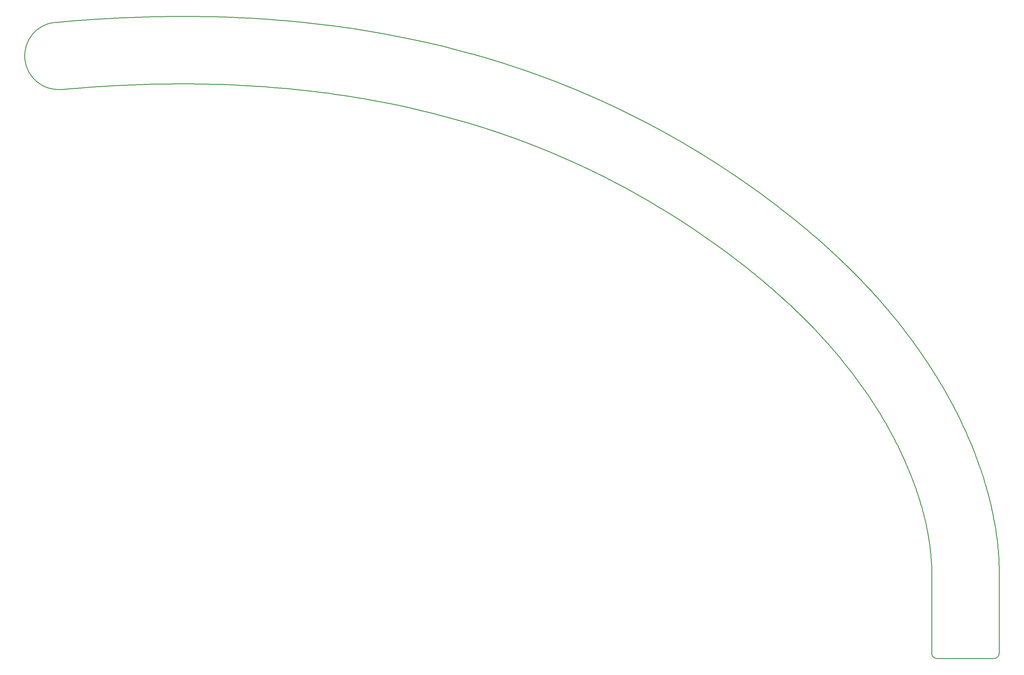
<source format=gbp>
G04*
G04 #@! TF.GenerationSoftware,Altium Limited,Altium Designer,22.2.1 (43)*
G04*
G04 Layer_Color=128*
%FSLAX44Y44*%
%MOMM*%
G71*
G04*
G04 #@! TF.SameCoordinates,C81B6E68-797F-42A2-B6C5-F614A2D79E64*
G04*
G04*
G04 #@! TF.FilePolarity,Positive*
G04*
G01*
G75*
%ADD10C,0.2540*%
D10*
X-100000Y15000D02*
G03*
X-85000Y0I15000J0D01*
G01*
X85000Y0D02*
G03*
X100000Y15000I0J15000D01*
G01*
X-674845Y1426571D02*
G03*
X-898629Y1563927I-1523375J-2230964D01*
G01*
X-632646Y1397166D02*
G03*
X-674845Y1426571I-1557904J-2190748D01*
G01*
X-1010034Y1396885D02*
G03*
X-1144359Y1464042I-1141677J-2115645D01*
G01*
X-1021883Y1627399D02*
G03*
X-1154222Y1686667I-1124285J-2333025D01*
G01*
X-1208383Y1708427D02*
G03*
X-1251920Y1724923I-963187J-2476442D01*
G01*
X-1154222Y1686667D02*
G03*
X-1208383Y1708427I-1007155J-2428516D01*
G01*
X-898629Y1563927D02*
G03*
X-951167Y1591986I-1279453J-2332428D01*
G01*
X-1289382Y1525312D02*
G03*
X-1341080Y1544544I-884497J-2298581D01*
G01*
X-1229740Y1501455D02*
G03*
X-1289382Y1525312I-935076J-2251194D01*
G01*
X-1144359Y1464042D02*
G03*
X-1229740Y1501455I-1010830J-2190686D01*
G01*
X-1251920Y1724923D02*
G03*
X-1306594Y1744424I-929595J-2519915D01*
G01*
X-1389718Y1561453D02*
G03*
X-1433546Y1575738I-800709J-2382297D01*
G01*
X-1341080Y1544544D02*
G03*
X-1389718Y1561453I-841246J-2341300D01*
G01*
X-1416737Y1779769D02*
G03*
X-1464769Y1793598I-790041J-2653687D01*
G01*
X-1365211Y1763875D02*
G03*
X-1416737Y1779769I-833606J-2611069D01*
G01*
X-1306594Y1744424D02*
G03*
X-1365211Y1763875I-883569J-2564546D01*
G01*
X-2696111Y1886590D02*
G03*
X-2677900Y1687421I9106J-99585D01*
G01*
X99404Y280489D02*
X100000Y270000D01*
X-100834Y281206D02*
X-100000Y270000D01*
X89622Y380485D02*
X90720Y373187D01*
X-113905Y383142D02*
X-112856Y377777D01*
X-100000Y15000D02*
Y270000D01*
X-85000Y-0D02*
X85000Y0D01*
X100000Y15000D02*
Y270000D01*
X-921443Y1346246D02*
X-910687Y1339866D01*
X-987622Y1384641D02*
X-958936Y1368522D01*
X-946240Y1361227D01*
X-921443Y1346246D01*
X-1010034Y1396885D02*
X-987622Y1384641D01*
X-876266Y1318954D02*
X-860639Y1309199D01*
X-842598Y1297726D02*
X-809590Y1276135D01*
X-910687Y1339866D02*
X-900010Y1333462D01*
X-889411Y1327032D01*
X-876266Y1318954D01*
X-860639Y1309199D02*
X-842598Y1297726D01*
X-790465Y1263308D02*
X-759207Y1241677D01*
X-719162Y1212908D02*
X-703393Y1201237D01*
X-737742Y1226408D02*
X-719162Y1212908D01*
X-759207Y1241677D02*
X-737742Y1226408D01*
X-809590Y1276135D02*
X-790465Y1263308D01*
X-703393Y1201237D02*
X-689069Y1190463D01*
X-550281Y1076310D02*
X-543388Y1070109D01*
X-563054Y1087650D02*
X-556065Y1081469D01*
X-550281Y1076310D01*
X-570093Y1093819D02*
X-563054Y1087650D01*
X-584321Y1106118D02*
X-577182Y1099975D01*
X-591509Y1112247D02*
X-584321Y1106118D01*
X-577182Y1099975D02*
X-570093Y1093819D01*
X-598745Y1118363D02*
X-591509Y1112247D01*
X-607246Y1125479D02*
X-598745Y1118363D01*
X-624439Y1139648D02*
X-615811Y1132574D01*
X-607246Y1125479D01*
X-633127Y1146700D02*
X-624439Y1139648D01*
X-643130Y1154731D02*
X-633127Y1146700D01*
X-653210Y1162730D02*
X-643130Y1154731D01*
X-664639Y1171691D02*
X-653210Y1162730D01*
X-676161Y1180608D02*
X-664639Y1171691D01*
X-689069Y1190463D02*
X-676161Y1180608D01*
X-523089Y1314858D02*
X-510987Y1305185D01*
X-478195Y1278324D02*
X-469379Y1270935D01*
X-498979Y1295460D02*
X-487066Y1285686D01*
X-478195Y1278324D01*
X-434691Y1241117D02*
X-426167Y1233600D01*
X-469379Y1270935D02*
X-460620Y1263519D01*
X-443276Y1248610D02*
X-434691Y1241117D01*
X-451919Y1256077D02*
X-443276Y1248610D01*
X-460620Y1263519D02*
X-451919Y1256077D01*
X-510987Y1305185D02*
X-498979Y1295460D01*
X-588072Y1364767D02*
X-572387Y1353022D01*
X-559933Y1343562D02*
X-547564Y1334048D01*
X-535282Y1324479D01*
X-632646Y1397166D02*
X-603882Y1376421D01*
X-572387Y1353022D02*
X-559933Y1343562D01*
X-603882Y1376421D02*
X-588072Y1364767D01*
X-535282Y1324479D02*
X-523089Y1314858D01*
X-1021883Y1627399D02*
X-989978Y1611752D01*
X-951167Y1591986D01*
X-1757971Y1655717D02*
X-1730136Y1650516D01*
X-1936847Y1682401D02*
X-1912157Y1679389D01*
X-1984581Y1687642D02*
X-1961579Y1685212D01*
X-2007617Y1689900D02*
X-1984581Y1687642D01*
X-1961579Y1685212D02*
X-1936847Y1682401D01*
X-1862904Y1672750D02*
X-1836592Y1668854D01*
X-1887509Y1676172D02*
X-1862904Y1672750D01*
X-1784124Y1660339D02*
X-1757971Y1655717D01*
X-1810331Y1664717D02*
X-1784124Y1660339D01*
X-1836592Y1668854D02*
X-1810331Y1664717D01*
X-1702366Y1645033D02*
X-1672932Y1638894D01*
X-1912157Y1679389D02*
X-1887509Y1676172D01*
X-2030686Y1691988D02*
X-2007617Y1689900D01*
X-1612572Y1625233D02*
X-1579944Y1617231D01*
X-1672932Y1638894D02*
X-1643573Y1632432D01*
X-1612572Y1625233D01*
X-1474184Y1588199D02*
X-1433546Y1575738D01*
X-1511585Y1599018D02*
X-1474184Y1588199D01*
X-1545708Y1608358D02*
X-1511585Y1599018D01*
X-1579944Y1617231D02*
X-1545708Y1608358D01*
X-1718562Y1851829D02*
X-1684750Y1845444D01*
X-1617317Y1831483D02*
X-1583701Y1823900D01*
X-1546434Y1814994D02*
X-1509257Y1805579D01*
X-1651001Y1838663D02*
X-1617317Y1831483D01*
X-1509257Y1805579D02*
X-1464769Y1793598D01*
X-1583701Y1823900D02*
X-1546434Y1814994D01*
X-1684750Y1845444D02*
X-1651001Y1838663D01*
X-1730136Y1650516D02*
X-1702366Y1645033D01*
X-1843036Y1871935D02*
X-1812793Y1867532D01*
X-1873320Y1876043D02*
X-1843036Y1871935D01*
X-1903643Y1879858D02*
X-1873320Y1876043D01*
X-1934002Y1883383D02*
X-1903643Y1879858D01*
X-1960596Y1886232D02*
X-1934002Y1883383D01*
X-2013859Y1891279D02*
X-1987215Y1888863D01*
X-1752435Y1857824D02*
X-1718562Y1851829D01*
X-1782592Y1862829D02*
X-1752435Y1857824D01*
X-1812793Y1867532D02*
X-1782592Y1862829D01*
X-1987215Y1888863D02*
X-1960596Y1886232D01*
X-2040526Y1893481D02*
X-2013859Y1891279D01*
X-2519405Y1899155D02*
X-2496336Y1900251D01*
X-2067215Y1895472D02*
X-2040526Y1893481D01*
X-2542475Y1897931D02*
X-2519405Y1899155D01*
X-2565543Y1896579D02*
X-2542475Y1897931D01*
X-2496336Y1900251D02*
X-2473271Y1901217D01*
X-2611664Y1893501D02*
X-2588607Y1895102D01*
X-2638553Y1891478D02*
X-2611664Y1893501D01*
X-2665425Y1889290D02*
X-2638553Y1891478D01*
X-2588607Y1895102D02*
X-2565543Y1896579D01*
X-2120653Y1898828D02*
X-2093924Y1897253D01*
X-2067215Y1895472D01*
X-2174163Y1901363D02*
X-2147400Y1900197D01*
X-2120653Y1898828D01*
X-2473271Y1901217D02*
X-2450211Y1902052D01*
X-2187676Y1701739D02*
X-2166188Y1700851D01*
X-2209187Y1702490D02*
X-2187676Y1701739D01*
X-2252279Y1703588D02*
X-2230722Y1703106D01*
X-2295457Y1704151D02*
X-2273858Y1703936D01*
X-2317076Y1704235D02*
X-2295457Y1704151D01*
X-2338715Y1704189D02*
X-2317076Y1704235D01*
X-2360371Y1704014D02*
X-2338715Y1704189D01*
X-2382045Y1703710D02*
X-2360371Y1704014D01*
X-2403735Y1703280D02*
X-2382045Y1703710D01*
X-2273858Y1703936D02*
X-2252279Y1703588D01*
X-2230722Y1703106D02*
X-2209187Y1702490D01*
X-2166188Y1700851D02*
X-2144724Y1699825D01*
X-2447162Y1702041D02*
X-2425441Y1702723D01*
X-2490647Y1700306D02*
X-2468897Y1701235D01*
X-2447162Y1702041D01*
X-2425441Y1702723D02*
X-2403735Y1703280D01*
X-2200941Y1902328D02*
X-2174163Y1901363D01*
X-2227734Y1903095D02*
X-2200941Y1902328D01*
X-2254540Y1903664D02*
X-2227734Y1903095D01*
X-2404115Y1903322D02*
X-2381079Y1903755D01*
X-2281358Y1904039D02*
X-2254540Y1903664D01*
X-2427159Y1902754D02*
X-2404115Y1903322D01*
X-2381079Y1903755D02*
X-2358052Y1904052D01*
X-2100089Y1697241D02*
X-2076923Y1695657D01*
X-2123286Y1698660D02*
X-2100089Y1697241D01*
X-2053789Y1693906D02*
X-2030686Y1691988D01*
X-2144724Y1699825D02*
X-2123286Y1698660D01*
X-2076923Y1695657D02*
X-2053789Y1693906D01*
X-2510599Y1699348D02*
X-2490647Y1700306D01*
X-2530566Y1698287D02*
X-2510599Y1699348D01*
X-2550549Y1697124D02*
X-2530566Y1698287D01*
X-2568729Y1695981D02*
X-2550549Y1697124D01*
X-2696111Y1886590D02*
X-2692277Y1886939D01*
X-2677900Y1687421D02*
X-2646985Y1690135D01*
X-2603302Y1693581D02*
X-2585102Y1694881D01*
X-2646985Y1690135D02*
X-2623325Y1692058D01*
X-2603302Y1693581D01*
X-2585102Y1694881D02*
X-2568729Y1695981D01*
X-2692277Y1886939D02*
X-2665425Y1889290D01*
X-2450211Y1902052D02*
X-2427159Y1902754D01*
X-2308190Y1904220D02*
X-2281358Y1904039D01*
X-2358052Y1904052D02*
X-2335033Y1904210D01*
X-2308190Y1904220D01*
X-149196Y509934D02*
X-146799Y503104D01*
X-151657Y516788D02*
X-149196Y509934D01*
X-154181Y523665D02*
X-151657Y516788D01*
X-157146Y531554D02*
X-154181Y523665D01*
X-180278Y587554D02*
X-176716Y579475D01*
X-187664Y603781D02*
X-183927Y595656D01*
X-180278Y587554D01*
X-176716Y579475D02*
X-173240Y571422D01*
X-163328Y547418D02*
X-160194Y539472D01*
X-169850Y563394D02*
X-166546Y555392D01*
X-173240Y571422D02*
X-169850Y563394D01*
X-166546Y555392D02*
X-163328Y547418D01*
X-160194Y539472D02*
X-157146Y531554D01*
X-496656Y1026437D02*
X-491277Y1021213D01*
X-524148Y1052483D02*
X-518572Y1047285D01*
X-536548Y1063897D02*
X-529762Y1057675D01*
X-524148Y1052483D01*
X-513034Y1042081D02*
X-507536Y1036872D01*
X-502076Y1031657D01*
X-518572Y1047285D02*
X-513034Y1042081D01*
X-502076Y1031657D02*
X-496656Y1026437D01*
X-543388Y1070109D02*
X-536548Y1063897D01*
X-260909Y738427D02*
X-254419Y727932D01*
X-267544Y748938D02*
X-260909Y738427D01*
X-319685Y824972D02*
X-311218Y813328D01*
X-274326Y759465D02*
X-267544Y748938D01*
X-311218Y813328D02*
X-302933Y801690D01*
X-288333Y780556D02*
X-281256Y770004D01*
X-295558Y791118D02*
X-288333Y780556D01*
X-281256Y770004D02*
X-274326Y759465D01*
X-302933Y801690D02*
X-295558Y791118D01*
X-254419Y727932D02*
X-248075Y717455D01*
X-191972Y612949D02*
X-187664Y603781D01*
X-196392Y622144D02*
X-191972Y612949D01*
X-200923Y631366D02*
X-196392Y622144D01*
X-230490Y687184D02*
X-225276Y677828D01*
X-220178Y668492D02*
X-215194Y659176D01*
X-210324Y649883D01*
X-225276Y677828D02*
X-220178Y668492D01*
X-241875Y706997D02*
X-235818Y696559D01*
X-230490Y687184D01*
X-210324Y649883D02*
X-205567Y640612D01*
X-200923Y631366D01*
X-248075Y717455D02*
X-241875Y706997D01*
X-341772Y1154616D02*
X-331394Y1144271D01*
X-323691Y1136494D02*
X-316057Y1128700D01*
X-308494Y1120891D01*
X-331394Y1144271D02*
X-323691Y1136494D01*
X-395437Y1205834D02*
X-384472Y1195663D01*
X-373622Y1185453D01*
X-362887Y1175208D02*
X-352270Y1164928D01*
X-373622Y1185453D02*
X-362887Y1175208D01*
X-417703Y1226059D02*
X-406515Y1215967D01*
X-395437Y1205834D01*
X-352270Y1164928D02*
X-341772Y1154616D01*
X-426167Y1233600D02*
X-417703Y1226059D01*
X-432848Y961407D02*
X-424108Y951928D01*
X-414548Y941386D01*
X-405147Y930833D01*
X-384121Y906524D02*
X-374357Y894884D01*
X-337169Y848276D02*
X-328335Y836622D01*
X-346187Y859931D02*
X-337169Y848276D01*
X-394988Y919213D02*
X-384121Y906524D01*
X-364780Y883237D02*
X-355391Y871585D01*
X-374357Y894884D02*
X-364780Y883237D01*
X-355391Y871585D02*
X-346187Y859931D01*
X-328335Y836622D02*
X-319685Y824972D01*
X-405147Y930833D02*
X-394988Y919213D01*
X-491277Y1021213D02*
X-485937Y1015984D01*
X-480638Y1010751D01*
X-469127Y999227D02*
X-459857Y989787D01*
X-450722Y980336D02*
X-441719Y970876D01*
X-459857Y989787D02*
X-450722Y980336D01*
X-475381Y1005515D02*
X-469127Y999227D01*
X-480638Y1010751D02*
X-475381Y1005515D01*
X-441719Y970876D02*
X-432848Y961407D01*
X-59536Y791165D02*
X-52028Y777806D01*
X-67235Y804533D02*
X-59536Y791165D01*
X-75124Y817910D02*
X-67235Y804533D01*
X-83204Y831292D02*
X-75124Y817910D01*
X-44708Y764458D02*
X-37578Y751124D01*
X-117448Y884846D02*
X-108598Y871457D01*
X-99940Y858068D01*
X-91476Y844679D01*
X-83204Y831292D01*
X-52028Y777806D02*
X-44708Y764458D01*
X-37578Y751124D02*
X-30636Y737806D01*
X-257564Y1065847D02*
X-248275Y1055298D01*
X-232341Y1036798D01*
X-216814Y1018251D01*
X-308494Y1120891D02*
X-301001Y1113066D01*
X-293579Y1105228D02*
X-286229Y1097376D01*
X-301001Y1113066D02*
X-293579Y1105228D01*
X-278952Y1089512D02*
X-271749Y1081635D01*
X-286229Y1097376D02*
X-278952Y1089512D01*
X-271749Y1081635D02*
X-264619Y1073746D01*
X-257564Y1065847D01*
X-30636Y737806D02*
X-23882Y724504D01*
X-17314Y711221D02*
X-10934Y697959D01*
X-23882Y724504D02*
X-17314Y711221D01*
X-10934Y697959D02*
X-4738Y684719D01*
X1272Y671503D01*
X7098Y658312D02*
X12740Y645150D01*
X-201691Y999662D02*
X-186968Y981036D01*
X-158710Y943691D02*
X-143265Y922310D01*
X-172642Y962377D02*
X-158710Y943691D01*
X-186968Y981036D02*
X-172642Y962377D01*
X1272Y671503D02*
X7098Y658312D01*
X-143265Y922310D02*
X-128325Y900907D01*
X-117448Y884846D01*
X-216814Y1018251D02*
X-201691Y999662D01*
X56938Y523081D02*
X59972Y512856D01*
X53791Y533334D02*
X56938Y523081D01*
X50531Y543615D02*
X53791Y533334D01*
X47157Y553924D02*
X50531Y543615D01*
X43670Y564258D02*
X47157Y553924D01*
X18200Y632016D02*
X23477Y618913D01*
X36351Y585003D02*
X40068Y574618D01*
X32520Y595412D02*
X36351Y585003D01*
X28573Y605843D02*
X32520Y595412D01*
X23477Y618913D02*
X28573Y605843D01*
X40068Y574618D02*
X43670Y564258D01*
X12740Y645150D02*
X18200Y632016D01*
X-123854Y426944D02*
X-122456Y421385D01*
X-121103Y415850D01*
X-119794Y410338D01*
X-118529Y404850D01*
X-117308Y399385D02*
X-116130Y393946D01*
X-114996Y388531D02*
X-113905Y383142D01*
X-116130Y393946D02*
X-114996Y388531D01*
X-118529Y404850D02*
X-117308Y399385D01*
X-125295Y432526D02*
X-123854Y426944D01*
X87240Y395147D02*
X88462Y387805D01*
X89622Y380485D01*
X85957Y402511D02*
X87240Y395147D01*
X82232Y422257D02*
X84150Y412365D01*
X85957Y402511D01*
X80204Y432186D02*
X82232Y422257D01*
X70982Y472259D02*
X73454Y462190D01*
X75816Y452154D01*
X78065Y442152D02*
X80204Y432186D01*
X62893Y502661D02*
X65701Y492496D01*
X68398Y482362D01*
X70982Y472259D01*
X75816Y452154D02*
X78065Y442152D01*
X59972Y512856D02*
X62893Y502661D01*
X-146799Y503104D02*
X-144466Y496300D01*
X-142195Y489520D01*
X-139988Y482766D01*
X-137844Y476039D02*
X-135762Y469338D01*
X-133743Y462665D01*
X-139988Y482766D02*
X-137844Y476039D01*
X-131785Y456020D02*
X-129889Y449404D01*
X-128313Y443756D02*
X-126782Y438130D01*
X-125295Y432526D01*
X-129889Y449404D02*
X-128313Y443756D01*
X-133743Y462665D02*
X-131785Y456020D01*
X-111046Y368011D02*
X-110118Y362721D01*
X-109233Y357458D02*
X-108389Y352223D01*
X-112856Y377777D02*
X-111851Y372439D01*
X-108389Y352223D02*
X-107588Y347015D01*
X-111851Y372439D02*
X-111046Y368011D01*
X-110118Y362721D02*
X-109233Y357458D01*
X-107588Y347015D02*
X-106828Y341837D01*
X-106227Y337543D01*
X-105653Y333271D02*
X-105216Y329868D01*
X-104011Y319738D02*
X-103646Y316386D01*
X-105216Y329868D02*
X-104796Y326478D01*
X-104395Y323102D01*
X-104011Y319738D01*
X-103214Y312215D02*
X-102810Y308062D01*
X-103646Y316386D02*
X-103214Y312215D01*
X-102810Y308062D02*
X-102153Y300636D01*
X-101585Y293278D02*
X-101256Y288418D01*
X-101011Y284399D01*
X-102153Y300636D02*
X-101585Y293278D01*
X-106227Y337543D02*
X-105653Y333271D01*
X-101011Y284399D02*
X-100834Y281206D01*
X96015Y329875D02*
X96892Y320360D01*
X97660Y310888D01*
X98165Y303817D01*
X98608Y296777D02*
X98990Y289772D01*
X98165Y303817D02*
X98608Y296777D01*
X98990Y289772D02*
X99211Y285123D01*
X99404Y280489D01*
X90720Y373187D02*
X91756Y365913D01*
X92731Y358660D01*
X93644Y351430D01*
X95286Y337037D02*
X96015Y329875D01*
X94496Y344222D02*
X95286Y337037D01*
X93644Y351430D02*
X94496Y344222D01*
M02*

</source>
